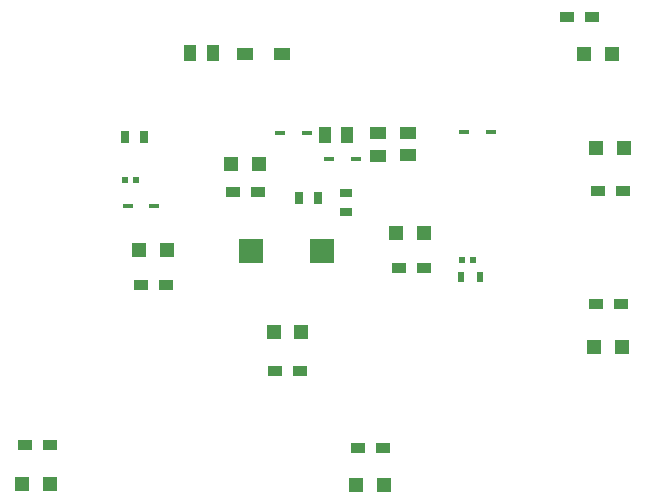
<source format=gbr>
%TF.GenerationSoftware,KiCad,Pcbnew,(6.0.6)*%
%TF.CreationDate,2023-05-08T04:55:46+09:00*%
%TF.ProjectId,128KB_64pin_Touch_L,3132384b-425f-4363-9470-696e5f546f75,rev?*%
%TF.SameCoordinates,Original*%
%TF.FileFunction,Paste,Top*%
%TF.FilePolarity,Positive*%
%FSLAX46Y46*%
G04 Gerber Fmt 4.6, Leading zero omitted, Abs format (unit mm)*
G04 Created by KiCad (PCBNEW (6.0.6)) date 2023-05-08 04:55:46*
%MOMM*%
%LPD*%
G01*
G04 APERTURE LIST*
%ADD10R,1.340000X1.140000*%
%ADD11R,1.200000X0.950000*%
%ADD12R,0.540000X0.940000*%
%ADD13R,1.150000X1.150000*%
%ADD14R,1.400000X1.000000*%
%ADD15R,2.000000X2.000000*%
%ADD16R,0.600000X0.620000*%
%ADD17R,1.000000X1.400000*%
%ADD18R,0.870000X0.420000*%
%ADD19R,0.800000X1.000000*%
%ADD20R,1.000000X0.800000*%
G04 APERTURE END LIST*
D10*
%TO.C,D2*%
X140140000Y-81000000D03*
X143240000Y-81000000D03*
%TD*%
D11*
%TO.C,LED9*%
X133400000Y-100600000D03*
X131300000Y-100600000D03*
%TD*%
D12*
%TO.C,C13*%
X158390000Y-99920000D03*
X159990000Y-99920000D03*
%TD*%
D13*
%TO.C,R13*%
X169820000Y-88980000D03*
X172170000Y-88980000D03*
%TD*%
%TO.C,R20*%
X138940000Y-90310000D03*
X141290000Y-90310000D03*
%TD*%
%TO.C,R17*%
X123600000Y-117390000D03*
X121250000Y-117390000D03*
%TD*%
%TO.C,R15*%
X169660000Y-105790000D03*
X172010000Y-105790000D03*
%TD*%
D14*
%TO.C,R1*%
X153940000Y-87680000D03*
X153940000Y-89580000D03*
%TD*%
D15*
%TO.C,S1*%
X146625000Y-97655000D03*
X140625000Y-97655000D03*
%TD*%
D11*
%TO.C,LED3*%
X169860000Y-102180000D03*
X171960000Y-102180000D03*
%TD*%
%TO.C,LED2*%
X169980000Y-92610000D03*
X172080000Y-92610000D03*
%TD*%
%TO.C,LED7*%
X153190000Y-99110000D03*
X155290000Y-99110000D03*
%TD*%
%TO.C,LED1*%
X167380000Y-77880000D03*
X169480000Y-77880000D03*
%TD*%
D13*
%TO.C,R21*%
X133480000Y-97610000D03*
X131130000Y-97610000D03*
%TD*%
%TO.C,R11*%
X168850000Y-81040000D03*
X171200000Y-81040000D03*
%TD*%
D11*
%TO.C,LED5*%
X123580000Y-114140000D03*
X121480000Y-114140000D03*
%TD*%
D16*
%TO.C,C2*%
X129940000Y-91660000D03*
X130860000Y-91660000D03*
%TD*%
D17*
%TO.C,R3*%
X148780000Y-87830000D03*
X146880000Y-87830000D03*
%TD*%
D13*
%TO.C,R16*%
X151870000Y-117520000D03*
X149520000Y-117520000D03*
%TD*%
D17*
%TO.C,R4*%
X137390000Y-80960000D03*
X135490000Y-80960000D03*
%TD*%
D16*
%TO.C,C10*%
X158500000Y-98470000D03*
X159420000Y-98470000D03*
%TD*%
D18*
%TO.C,Z4*%
X145365000Y-87725000D03*
X143115000Y-87725000D03*
%TD*%
D13*
%TO.C,R19*%
X152920000Y-96160000D03*
X155270000Y-96160000D03*
%TD*%
D18*
%TO.C,Z5*%
X130175000Y-93845000D03*
X132425000Y-93845000D03*
%TD*%
D19*
%TO.C,R14*%
X146315000Y-93220000D03*
X144715000Y-93220000D03*
%TD*%
D11*
%TO.C,LED4*%
X151780000Y-114350000D03*
X149680000Y-114350000D03*
%TD*%
%TO.C,LED6*%
X142650000Y-107820000D03*
X144750000Y-107820000D03*
%TD*%
D20*
%TO.C,R12*%
X148670000Y-94410000D03*
X148670000Y-92810000D03*
%TD*%
D18*
%TO.C,Z2*%
X158685000Y-87655000D03*
X160935000Y-87655000D03*
%TD*%
D13*
%TO.C,R18*%
X142540000Y-104550000D03*
X144890000Y-104550000D03*
%TD*%
D11*
%TO.C,LED8*%
X139140000Y-92660000D03*
X141240000Y-92660000D03*
%TD*%
D19*
%TO.C,R5*%
X131550000Y-88060000D03*
X129950000Y-88060000D03*
%TD*%
D18*
%TO.C,Z3*%
X149505000Y-89945000D03*
X147255000Y-89945000D03*
%TD*%
D14*
%TO.C,R2*%
X151390000Y-87710000D03*
X151390000Y-89610000D03*
%TD*%
M02*

</source>
